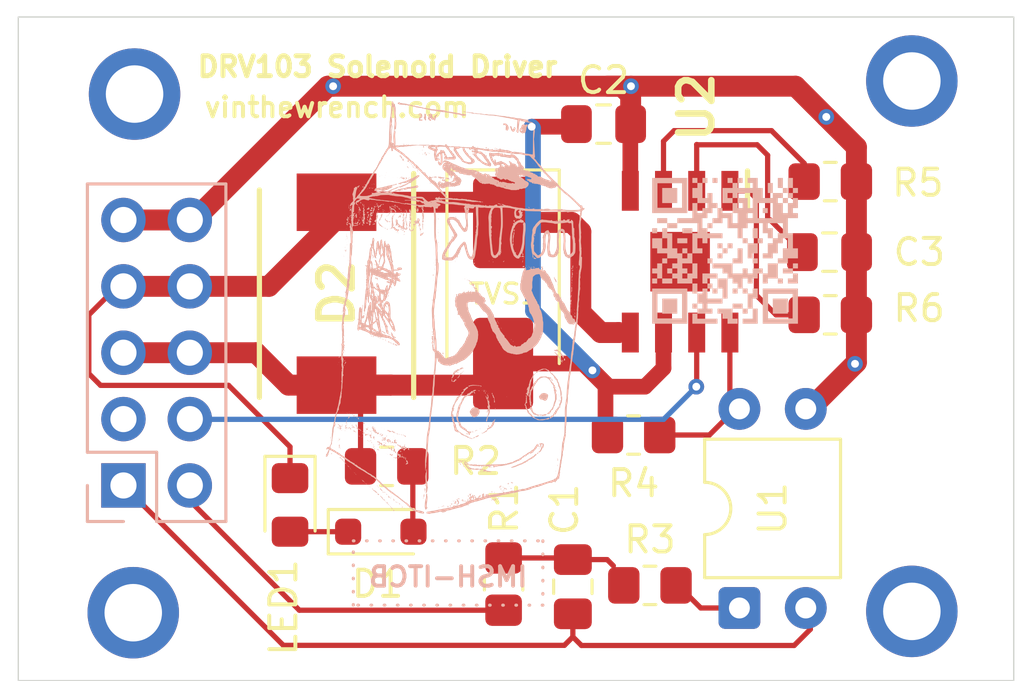
<source format=kicad_pcb>
(kicad_pcb (version 20241229) (generator "pcbnew") (generator_version "9.0")
  (layers (0 "F.Cu" signal) (2 "B.Cu" signal) (13 "F.Paste" user) (15 "B.Paste" user) (5 "F.SilkS" user "F.Silkscreen") (7 "B.SilkS" user "B.Silkscreen") (1 "F.Mask" user) (3 "B.Mask" user) (25 "Edge.Cuts" user))
  (net 0 "")
  (net 1 "Net-(U2-DELAY_ADJ)")
  (net 2 "Net-(D1-A)")
  (net 3 "Net-(D1-K)")
  (net 4 "GND1")
  (net 5 "Net-(R3-Pad1)")
  (net 6 "Net-(C1-Pad1)")
  (net 7 "Net-(U2-INPUT)")
  (net 8 "GND")
  (net 9 "Net-(U2-OSC_FREQ_ADJ)")
  (net 10 "+12V")
  (net 11 "/OUT")
  (net 12 "/FAIL")
  (net 13 "/GPIO")
  (net 14 "Net-(U2-DUTY_CYCLE_ADJ)")
  (footprint "Resistor_SMD:R_0805_2012Metric_Pad1.20x1.40mm_HandSolder" (layer "F.Cu") (at 66.478 53.5)
    (property "Reference" "R6" (at 3.4 -0.25 0) (layer "F.SilkS"))
    (property "Value" "200" (hide yes))
    (pad "1" smd roundrect (at -1 0) (size 1.2 1.4) (layers "F.Cu" "F.Mask" "F.Paste") (roundrect_rratio 0.208333) (net 14 "Net-(U2-DUTY_CYCLE_ADJ)"))
    (pad "2" smd roundrect (at 1 0) (size 1.2 1.4) (layers "F.Cu" "F.Mask" "F.Paste") (roundrect_rratio 0.208333) (net 4 "GND1"))
  )
  (footprint "MountingHole:MountingHole_2.2mm_M2_ISO7380_Pad_TopBottom" (layer "F.Cu") (at 69.6 64.85 -90)
    (property "Reference" "REF**" (hide yes))
    (property "Value" "MountingHole_2.2mm_M2_ISO7380_Pad_TopBottom" (hide yes))
    (pad "1" thru_hole circle (at 0 0 270) (size 2.6 2.6) (drill 2.2) (layers "*.Cu" "*.Mask"))
    (pad "1" connect circle (at 0 0 270) (size 3.5 3.5) (layers "F.Cu" "F.Mask"))
    (pad "1" connect circle (at 0 0 270) (size 3.5 3.5) (layers "B.Cu" "B.Mask"))
  )
  (footprint "Capacitor_SMD:C_0805_2012Metric_Pad1.18x1.45mm_HandSolder" (layer "F.Cu") (at 56.625 63.905 -90)
    (property "Reference" "C1" (at -2.955 0.325 90) (layer "F.SilkS"))
    (property "Value" "1uf" (hide yes))
    (pad "1" smd roundrect (at -1.0375 0 270) (size 1.175 1.45) (layers "F.Cu" "F.Mask" "F.Paste") (roundrect_rratio 0.212766) (net 6 "Net-(C1-Pad1)"))
    (pad "2" smd roundrect (at 1.0375 0 270) (size 1.175 1.45) (layers "F.Cu" "F.Mask" "F.Paste") (roundrect_rratio 0.212766) (net 8 "GND"))
  )
  (footprint "DRV103:SOIC127P600X170-9N" (layer "F.Cu") (at 60.73 51.466 -90)
    (property "Reference" "U2" (at -5.916 -0.62 90) (layer "F.SilkS") (effects (font (size 1.27 1.27) (thickness 0.254))))
    (property "Value" "DRV103H" (hide yes))
    (pad "1" smd rect (at -2.712 -1.905) (size 0.65 1.525) (layers "F.Cu" "F.Mask" "F.Paste") (net 14 "Net-(U2-DUTY_CYCLE_ADJ)"))
    (pad "2" smd rect (at -2.712 -0.635) (size 0.65 1.525) (layers "F.Cu" "F.Mask" "F.Paste") (net 1 "Net-(U2-DELAY_ADJ)"))
    (pad "3" smd rect (at -2.712 0.635) (size 0.65 1.525) (layers "F.Cu" "F.Mask" "F.Paste") (net 9 "Net-(U2-OSC_FREQ_ADJ)"))
    (pad "4" smd rect (at -2.712 1.905) (size 0.65 1.525) (layers "F.Cu" "F.Mask" "F.Paste") (net 4 "GND1"))
    (pad "5" smd rect (at 2.712 1.905) (size 0.65 1.525) (layers "F.Cu" "F.Mask" "F.Paste") (net 11 "/OUT"))
    (pad "6" smd rect (at 2.712 0.635) (size 0.65 1.525) (layers "F.Cu" "F.Mask" "F.Paste") (net 10 "+12V"))
    (pad "7" smd rect (at 2.712 -0.635) (size 0.65 1.525) (layers "F.Cu" "F.Mask" "F.Paste") (net 12 "/FAIL"))
    (pad "8" smd rect (at 2.712 -1.905) (size 0.65 1.525) (layers "F.Cu" "F.Mask" "F.Paste") (net 7 "Net-(U2-INPUT)"))
    (pad "9" smd rect (at 0 0 270) (size 2.28 2.28) (layers "F.Cu" "F.Mask" "F.Paste"))
  )
  (footprint "Resistor_SMD:R_0805_2012Metric_Pad1.20x1.40mm_HandSolder" (layer "F.Cu") (at 49.5 59.3)
    (property "Reference" "R2" (at 3.4 -0.2 0) (layer "F.SilkS"))
    (property "Value" "200" (hide yes))
    (pad "1" smd roundrect (at -1 0) (size 1.2 1.4) (layers "F.Cu" "F.Mask" "F.Paste") (roundrect_rratio 0.208333) (net 10 "+12V"))
    (pad "2" smd roundrect (at 1 0) (size 1.2 1.4) (layers "F.Cu" "F.Mask" "F.Paste") (roundrect_rratio 0.208333) (net 2 "Net-(D1-A)"))
  )
  (footprint "Resistor_SMD:R_0805_2012Metric_Pad1.20x1.40mm_HandSolder" (layer "F.Cu") (at 53.975 63.805 -90)
    (property "Reference" "R1" (at -2.905 -0.025 90) (layer "F.SilkS"))
    (property "Value" "100" (hide yes))
    (pad "1" smd roundrect (at -1 0 270) (size 1.2 1.4) (layers "F.Cu" "F.Mask" "F.Paste") (roundrect_rratio 0.208333) (net 6 "Net-(C1-Pad1)"))
    (pad "2" smd roundrect (at 1 0 270) (size 1.2 1.4) (layers "F.Cu" "F.Mask" "F.Paste") (roundrect_rratio 0.208333) (net 13 "/GPIO"))
  )
  (footprint "MountingHole:MountingHole_2.2mm_M2_ISO7380_Pad_TopBottom" (layer "F.Cu") (at 69.6 44.55 -90)
    (property "Reference" "REF**" (hide yes))
    (property "Value" "MountingHole_2.2mm_M2_ISO7380_Pad_TopBottom" (hide yes))
    (pad "1" thru_hole circle (at 0 0 270) (size 2.6 2.6) (drill 2.2) (layers "*.Cu" "*.Mask"))
    (pad "1" connect circle (at 0 0 270) (size 3.5 3.5) (layers "F.Cu" "F.Mask"))
    (pad "1" connect circle (at 0 0 270) (size 3.5 3.5) (layers "B.Cu" "B.Mask"))
  )
  (footprint "VS-30BQ040-M3_9AT:DIOM7959X262N" (layer "F.Cu") (at 47.58 52.691 -90)
    (property "Reference" "D2" (at 0 0 90) (layer "F.SilkS") (effects (font (size 1.27 1.27) (thickness 0.254))))
    (property "Value" "VS-30BQ040" (hide yes))
    (pad "1" smd rect (at -3.5 0 270) (size 2.2 3.05) (layers "F.Cu" "F.Mask" "F.Paste") (net 11 "/OUT"))
    (pad "2" smd rect (at 3.5 0 270) (size 2.2 3.05) (layers "F.Cu" "F.Mask" "F.Paste") (net 10 "+12V"))
  )
  (footprint "Resistor_SMD:R_0805_2012Metric_Pad1.20x1.40mm_HandSolder" (layer "F.Cu") (at 66.478 48.4)
    (property "Reference" "R5" (at 3.35 0.05 0) (layer "F.SilkS"))
    (property "Value" "200" (hide yes))
    (pad "1" smd roundrect (at -1 0) (size 1.2 1.4) (layers "F.Cu" "F.Mask" "F.Paste") (roundrect_rratio 0.208333) (net 9 "Net-(U2-OSC_FREQ_ADJ)"))
    (pad "2" smd roundrect (at 1 0) (size 1.2 1.4) (layers "F.Cu" "F.Mask" "F.Paste") (roundrect_rratio 0.208333) (net 4 "GND1"))
  )
  (footprint "MountingHole:MountingHole_2.2mm_M2_ISO7380_Pad_TopBottom" (layer "F.Cu") (at 39.85 45.05 -90)
    (property "Reference" "REF**" (hide yes))
    (property "Value" "MountingHole_2.2mm_M2_ISO7380_Pad_TopBottom" (hide yes))
    (pad "1" thru_hole circle (at 0 0 270) (size 2.6 2.6) (drill 2.2) (layers "*.Cu" "*.Mask"))
    (pad "1" connect circle (at 0 0 270) (size 3.5 3.5) (layers "F.Cu" "F.Mask"))
    (pad "1" connect circle (at 0 0 270) (size 3.5 3.5) (layers "B.Cu" "B.Mask"))
  )
  (footprint "Resistor_SMD:R_0805_2012Metric_Pad1.20x1.40mm_HandSolder" (layer "F.Cu") (at 59.575 63.855 180)
    (property "Reference" "R3" (at 0 1.755 0) (layer "F.SilkS"))
    (property "Value" "200" (hide yes))
    (pad "1" smd roundrect (at -1 0 180) (size 1.2 1.4) (layers "F.Cu" "F.Mask" "F.Paste") (roundrect_rratio 0.208333) (net 5 "Net-(R3-Pad1)"))
    (pad "2" smd roundrect (at 1 0 180) (size 1.2 1.4) (layers "F.Cu" "F.Mask" "F.Paste") (roundrect_rratio 0.208333) (net 6 "Net-(C1-Pad1)"))
  )
  (footprint "Package_DIP:DIP-4_W7.62mm" (layer "F.Cu") (at 63 64.72 90)
    (property "Reference" "U1" (at 3.805 1.275 90) (layer "F.SilkS"))
    (property "Value" "PC817" (hide yes))
    (pad "1" thru_hole roundrect (at 0 0 90) (size 1.6 1.6) (drill 0.8) (layers "*.Cu" "*.Mask") (roundrect_rratio 0.15625) (net 5 "Net-(R3-Pad1)"))
    (pad "2" thru_hole circle (at 0 2.54 90) (size 1.6 1.6) (drill 0.8) (layers "*.Cu" "*.Mask") (net 8 "GND"))
    (pad "3" thru_hole circle (at 7.62 2.54 90) (size 1.6 1.6) (drill 0.8) (layers "*.Cu" "*.Mask") (net 4 "GND1"))
    (pad "4" thru_hole circle (at 7.62 0 90) (size 1.6 1.6) (drill 0.8) (layers "*.Cu" "*.Mask") (net 7 "Net-(U2-INPUT)"))
  )
  (footprint "Diode_SMD:D_SMB_Handsoldering" (layer "F.Cu") (at 53.955 52.664 -90)
    (property "Reference" "TVS1" (at 0.036 -0.045 180) (layer "F.SilkS") (effects (font (size 0.762 0.762) (thickness 0.127))))
    (property "Value" "P6SMB18A" (hide yes))
    (pad "1" smd roundrect (at -2.7 0 270) (size 3.5 2.3) (layers "F.Cu" "F.Mask" "F.Paste") (roundrect_rratio 0.1086956522) (net 11 "/OUT"))
    (pad "2" smd roundrect (at 2.7 0 270) (size 3.5 2.3) (layers "F.Cu" "F.Mask" "F.Paste") (roundrect_rratio 0.1086956522) (net 10 "+12V"))
  )
  (footprint "Diode_SMD:D_SOD-323_HandSoldering" (layer "F.Cu") (at 49.275 61.8)
    (property "Reference" "D1" (at -0.125 2 0) (layer "F.SilkS"))
    (property "Value" "1N4148" (hide yes))
    (pad "1" smd roundrect (at -1.25 0) (size 1 1) (layers "F.Cu" "F.Mask" "F.Paste") (net 3 "Net-(D1-K)"))
    (pad "2" smd roundrect (at 1.25 0) (size 1 1) (layers "F.Cu" "F.Mask" "F.Paste") (net 2 "Net-(D1-A)"))
  )
  (footprint "Capacitor_SMD:C_0805_2012Metric_Pad1.18x1.45mm_HandSolder" (layer "F.Cu") (at 57.8 46.2)
    (property "Reference" "C2" (at 0 -1.68 0) (layer "F.SilkS"))
    (property "Value" ".1uf" (hide yes))
    (pad "1" smd roundrect (at -1.0375 0) (size 1.175 1.45) (layers "F.Cu" "F.Mask" "F.Paste") (roundrect_rratio 0.212766) (net 10 "+12V"))
    (pad "2" smd roundrect (at 1.0375 0) (size 1.175 1.45) (layers "F.Cu" "F.Mask" "F.Paste") (roundrect_rratio 0.212766) (net 4 "GND1"))
  )
  (footprint "Resistor_SMD:R_0805_2012Metric_Pad1.20x1.40mm_HandSolder" (layer "F.Cu") (at 58.95 58.1)
    (property "Reference" "R4" (at 0 1.85 0) (layer "F.SilkS"))
    (property "Value" "1K" (hide yes))
    (pad "1" smd roundrect (at -1 0) (size 1.2 1.4) (layers "F.Cu" "F.Mask" "F.Paste") (roundrect_rratio 0.208333) (net 10 "+12V"))
    (pad "2" smd roundrect (at 1 0) (size 1.2 1.4) (layers "F.Cu" "F.Mask" "F.Paste") (roundrect_rratio 0.208333) (net 7 "Net-(U2-INPUT)"))
  )
  (footprint "LED_SMD:LED_0805_2012Metric_Pad1.15x1.40mm_HandSolder" (layer "F.Cu") (at 45.8 60.775 -90)
    (property "Reference" "LED1" (at 3.925 0.25 90) (layer "F.SilkS"))
    (property "Value" "LG M67K-H1J2-24-Z" (hide yes))
    (pad "1" smd roundrect (at -1.025 0 270) (size 1.15 1.4) (layers "F.Cu" "F.Mask" "F.Paste") (roundrect_rratio 0.217391) (net 11 "/OUT"))
    (pad "2" smd roundrect (at 1.025 0 270) (size 1.15 1.4) (layers "F.Cu" "F.Mask" "F.Paste") (roundrect_rratio 0.217391) (net 3 "Net-(D1-K)"))
  )
  (footprint "MountingHole:MountingHole_2.2mm_M2_ISO7380_Pad_TopBottom" (layer "F.Cu") (at 39.8 64.9 -90)
    (property "Reference" "REF**" (hide yes))
    (property "Value" "MountingHole_2.2mm_M2_ISO7380_Pad_TopBottom" (hide yes))
    (pad "1" thru_hole circle (at 0 0 270) (size 2.6 2.6) (drill 2.2) (layers "*.Cu" "*.Mask"))
    (pad "1" connect circle (at 0 0 270) (size 3.5 3.5) (layers "F.Cu" "F.Mask"))
    (pad "1" connect circle (at 0 0 270) (size 3.5 3.5) (layers "B.Cu" "B.Mask"))
  )
  (footprint "Capacitor_SMD:C_0805_2012Metric_Pad1.18x1.45mm_HandSolder" (layer "F.Cu") (at 66.448 51.1 180)
    (property "Reference" "C3" (at -3.4375 0 0) (layer "F.SilkS"))
    (property "Value" "2.2uf" (hide yes))
    (pad "1" smd roundrect (at -1.0375 0 180) (size 1.175 1.45) (layers "F.Cu" "F.Mask" "F.Paste") (roundrect_rratio 0.212766) (net 4 "GND1"))
    (pad "2" smd roundrect (at 1.0375 0 180) (size 1.175 1.45) (layers "F.Cu" "F.Mask" "F.Paste") (roundrect_rratio 0.212766) (net 1 "Net-(U2-DELAY_ADJ)"))
  )
  (footprint "Connector_PinHeader_2.54mm:PinHeader_2x05_P2.54mm_Vertical" (layer "B.Cu") (at 39.425 60.03)
    (property "Reference" "J1" (hide yes))
    (property "Value" "Conn_02x05_Odd_Even" (hide yes))
    (pad "1" thru_hole rect (at 0 0) (size 1.7 1.7) (drill 1) (layers "*.Cu" "*.Mask") (net 8 "GND"))
    (pad "2" thru_hole circle (at 2.54 0) (size 1.7 1.7) (drill 1) (layers "*.Cu" "*.Mask") (net 13 "/GPIO"))
    (pad "3" thru_hole circle (at 0 -2.54) (size 1.7 1.7) (drill 1) (layers "*.Cu" "*.Mask"))
    (pad "4" thru_hole circle (at 2.54 -2.54) (size 1.7 1.7) (drill 1) (layers "*.Cu" "*.Mask") (net 12 "/FAIL"))
    (pad "5" thru_hole circle (at 0 -5.08) (size 1.7 1.7) (drill 1) (layers "*.Cu" "*.Mask") (net 10 "+12V"))
    (pad "6" thru_hole circle (at 2.54 -5.08) (size 1.7 1.7) (drill 1) (layers "*.Cu" "*.Mask") (net 10 "+12V"))
    (pad "7" thru_hole circle (at 0 -7.62) (size 1.7 1.7) (drill 1) (layers "*.Cu" "*.Mask") (net 11 "/OUT"))
    (pad "8" thru_hole circle (at 2.54 -7.62) (size 1.7 1.7) (drill 1) (layers "*.Cu" "*.Mask") (net 11 "/OUT"))
    (pad "9" thru_hole circle (at 0 -10.16) (size 1.7 1.7) (drill 1) (layers "*.Cu" "*.Mask") (net 4 "GND1"))
    (pad "10" thru_hole circle (at 2.54 -10.16) (size 1.7 1.7) (drill 1) (layers "*.Cu" "*.Mask") (net 4 "GND1"))
  )
  (footprint "LOGO" (layer "B.Cu") (at 62.45 51.05)
    (property "Reference" "G***" (hide yes))
    (property "Value" "LOGO" (hide yes))
  )
  (footprint "Milk:milky.silk" (layer "B.Cu") (at 52.57285 53.23111 180)
    (property "Reference" "G***" (hide yes))
    (property "Value" "LOGO" (hide yes))
  )
  (gr_line (start 53.975 62.805) (end 56.825 62.805) (stroke (width 0.2)) (layer "F.Cu") (net 6))
  (gr_rect (start 35.4 42.1) (end 73.5 67.5) (stroke (width 0.05)) (fill no) (layer "Edge.Cuts"))
  (gr_text "vinthewrench.com" (at 42.45 46 0) (layer "F.SilkS") (effects (font (size 0.762 0.762)) (justify left bottom)))
  (gr_text "DRV103 Solenoid Driver" (at 49.15 44.45 0) (layer "F.SilkS") (effects (font (size 0.762 0.762) (thickness 0.1875)) (justify bottom)))
  (gr_text_box "IMSH-ITCB " (start 48.22285 62.15) (end 55.477149 64.61222) (margins 1.0025 1.0025 1.0025 1.0025) (layer "B.SilkS") (effects (font (size 0.746 0.746) (thickness 0.15) (bold yes)) (justify top mirror)) (border yes) (stroke (width 0.12) (type dot)))
  (segment (start 61.365 46.981) (end 61.365 48.754) (width 0.2) (layer "F.Cu") (net 1))
  (segment (start 61.375 46.991) (end 63.68 46.991) (width 0.2) (layer "F.Cu") (net 1))
  (segment (start 64.08 49.841) (end 64.105 49.866) (width 0.2) (layer "F.Cu") (net 1))
  (segment (start 63.68 46.991) (end 64.08 47.391) (width 0.2) (layer "F.Cu") (net 1))
  (segment (start 64.105 49.866) (end 64.1765 49.866) (width 0.2) (layer "F.Cu") (net 1))
  (segment (start 61.365 46.981) (end 61.375 46.991) (width 0.2) (layer "F.Cu") (net 1))
  (segment (start 64.08 47.391) (end 64.08 49.841) (width 0.2) (layer "F.Cu") (net 1))
  (segment (start 64.1765 49.866) (end 65.4105 51.1) (width 0.2) (layer "F.Cu") (net 1))
  (segment (start 50.5 59.3) (end 50.5 61.65) (width 0.2) (layer "F.Cu") (net 2))
  (segment (start 45.8 61.8) (end 47.875 61.8) (width 0.2) (layer "F.Cu") (net 3))
  (segment (start 42.125 49.87) (end 39.585 49.87) (width 0.8) (layer "F.Cu") (net 4))
  (segment (start 58.85 44.75) (end 65.15 44.75) (width 0.8) (layer "F.Cu") (net 4))
  (segment (start 66.325 45.925) (end 67.478 47.078) (width 0.8) (layer "F.Cu") (net 4))
  (segment (start 67.478 47.078) (end 67.478 55.322) (width 0.8) (layer "F.Cu") (net 4))
  (segment (start 58.5 44.75) (end 47.45 44.75) (width 0.8) (layer "F.Cu") (net 4))
  (segment (start 57.95 44.75) (end 58.85 44.75) (width 0.8) (layer "F.Cu") (net 4))
  (segment (start 47.45 44.75) (end 47.245 44.75) (width 0.8) (layer "F.Cu") (net 4))
  (segment (start 58.825 48.754) (end 58.825 46.2125) (width 0.6) (layer "F.Cu") (net 4))
  (segment (start 47.245 44.75) (end 42.125 49.87) (width 0.8) (layer "F.Cu") (net 4))
  (segment (start 58.8375 45.0875) (end 58.5 44.75) (width 0.8) (layer "F.Cu") (net 4))
  (segment (start 65.15 44.75) (end 66.325 45.925) (width 0.8) (layer "F.Cu") (net 4))
  (segment (start 58.8375 46.2) (end 58.8375 45.0875) (width 0.8) (layer "F.Cu") (net 4))
  (segment (start 67.425 55.375) (end 65.715 57.085) (width 0.8) (layer "F.Cu") (net 4))
  (segment (start 67.478 55.322) (end 67.425 55.375) (width 0.8) (layer "F.Cu") (net 4))
  (via (at 67.425 55.375) (size 0.6) (drill 0.3) (layers "F.Cu" "B.Cu") (net 4))
  (via (at 66.325 45.925) (size 0.6) (drill 0.3) (layers "F.Cu" "B.Cu") (net 4))
  (via (at 47.45 44.75) (size 0.6) (drill 0.3) (layers "F.Cu" "B.Cu") (net 4))
  (via (at 58.85 44.75) (size 0.6) (drill 0.3) (layers "F.Cu" "B.Cu") (net 4))
  (segment (start 60.655 63.855) (end 61.52 64.72) (width 0.2) (layer "F.Cu") (net 5))
  (segment (start 61.52 64.72) (end 63 64.72) (width 0.2) (layer "F.Cu") (net 5))
  (segment (start 57.9375 62.8675) (end 58.175 63.105) (width 0.2) (layer "F.Cu") (net 6))
  (segment (start 56.625 62.8675) (end 57.9375 62.8675) (width 0.2) (layer "F.Cu") (net 6))
  (segment (start 61.85 58.1) (end 59.95 58.1) (width 0.2) (layer "F.Cu") (net 7))
  (segment (start 63.045 56.905) (end 62.635 56.495) (width 0.2) (layer "F.Cu") (net 7))
  (segment (start 62.635 56.495) (end 62.635 54.178) (width 0.2) (layer "F.Cu") (net 7))
  (segment (start 63.045 56.905) (end 61.85 58.1) (width 0.2) (layer "F.Cu") (net 7))
  (segment (start 56.955 66.155) (end 56.625 65.825) (width 0.2) (layer "F.Cu") (net 8))
  (segment (start 45.545 66.15) (end 56.3 66.15) (width 0.2) (layer "F.Cu") (net 8))
  (segment (start 39.585 60.19) (end 45.545 66.15) (width 0.2) (layer "F.Cu") (net 8))
  (segment (start 56.3 66.15) (end 56.625 65.825) (width 0.2) (layer "F.Cu") (net 8))
  (segment (start 56.625 65.825) (end 56.625 64.9425) (width 0.2) (layer "F.Cu") (net 8))
  (segment (start 65.715 64.705) (end 65.715 65.535) (width 0.2) (layer "F.Cu") (net 8))
  (segment (start 65.095 66.155) (end 56.955 66.155) (width 0.2) (layer "F.Cu") (net 8))
  (segment (start 65.715 65.535) (end 65.095 66.155) (width 0.2) (layer "F.Cu") (net 8))
  (segment (start 64.228 46.45) (end 60.5 46.45) (width 0.2) (layer "F.Cu") (net 9))
  (segment (start 60.095 46.855) (end 60.095 48.754) (width 0.2) (layer "F.Cu") (net 9))
  (segment (start 65.478 47.7) (end 64.228 46.45) (width 0.2) (layer "F.Cu") (net 9))
  (segment (start 60.5 46.45) (end 60.095 46.855) (width 0.2) (layer "F.Cu") (net 9))
  (segment (start 65.478 48.4) (end 65.478 47.7) (width 0.2) (layer "F.Cu") (net 9))
  (segment (start 60.095 55.5405) (end 60.095 54.178) (width 0.6) (layer "F.Cu") (net 10))
  (segment (start 47.58 56.191) (end 49.65 56.191) (width 0.8) (layer "F.Cu") (net 10))
  (segment (start 49.65 56.191) (end 53.128 56.191) (width 0.8) (layer "F.Cu") (net 10))
  (segment (start 59.3855 56.25) (end 60.095 55.5405) (width 0.6) (layer "F.Cu") (net 10))
  (segment (start 55.05 46.3) (end 56.6625 46.3) (width 0.6) (layer "F.Cu") (net 10))
  (segment (start 58 56.25) (end 59.3855 56.25) (width 0.6) (layer "F.Cu") (net 10))
  (segment (start 53.128 56.191) (end 53.955 55.364) (width 0.8) (layer "F.Cu") (net 10))
  (segment (start 45.741 56.191) (end 44.5 54.95) (width 0.8) (layer "F.Cu") (net 10))
  (segment (start 53.955 55.364) (end 57.014 55.364) (width 0.6) (layer "F.Cu") (net 10))
  (segment (start 57.875 56.125) (end 57.875 56.225) (width 0.6) (layer "F.Cu") (net 10))
  (segment (start 57.375 55.625) (end 57.875 56.125) (width 0.6) (layer "F.Cu") (net 10))
  (segment (start 48.5 59.3) (end 48.5 56.721) (width 0.2) (layer "F.Cu") (net 10))
  (segment (start 57.375 55.625) (end 58 56.25) (width 0.6) (layer "F.Cu") (net 10))
  (segment (start 57.014 55.364) (end 57.875 56.225) (width 0.6) (layer "F.Cu") (net 10))
  (segment (start 57.875 56.225) (end 57.875 57.525) (width 0.6) (layer "F.Cu") (net 10))
  (segment (start 44.5 54.95) (end 39.585 54.95) (width 0.8) (layer "F.Cu") (net 10))
  (segment (start 49.65 56.191) (end 45.741 56.191) (width 0.8) (layer "F.Cu") (net 10))
  (via (at 57.375 55.625) (size 0.6) (drill 0.3) (layers "F.Cu" "B.Cu") (net 10))
  (via (at 55.05 46.3) (size 0.6) (drill 0.3) (layers "F.Cu" "B.Cu") (net 10))
  (segment (start 57.375 55.625) (end 55.1 53.35) (width 0.6) (layer "B.Cu") (net 10))
  (segment (start 55.1 53.35) (end 55.1 46.35) (width 0.6) (layer "B.Cu") (net 10))
  (segment (start 55.1 46.35) (end 55.05 46.3) (width 0.6) (layer "B.Cu") (net 10))
  (segment (start 56.93 53.416) (end 56.93 50.316) (width 0.8) (layer "F.Cu") (net 11))
  (segment (start 39.19 52.41) (end 38.1 53.5) (width 0.2) (layer "F.Cu") (net 11))
  (segment (start 56.578 49.964) (end 53.955 49.964) (width 0.8) (layer "F.Cu") (net 11))
  (segment (start 49.5 49.191) (end 48.209 49.191) (width 0.8) (layer "F.Cu") (net 11))
  (segment (start 53.182 49.191) (end 53.955 49.964) (width 0.8) (layer "F.Cu") (net 11))
  (segment (start 43.45 56.2) (end 45.8 58.55) (width 0.2) (layer "F.Cu") (net 11))
  (segment (start 38.1 55.75) (end 38.55 56.2) (width 0.2) (layer "F.Cu") (net 11))
  (segment (start 38.1 53.5) (end 38.1 55.75) (width 0.2) (layer "F.Cu") (net 11))
  (segment (start 58.372 54.178) (end 57.692 54.178) (width 0.8) (layer "F.Cu") (net 11))
  (segment (start 48.209 49.191) (end 44.99 52.41) (width 0.8) (layer "F.Cu") (net 11))
  (segment (start 38.55 56.2) (end 43.45 56.2) (width 0.2) (layer "F.Cu") (net 11))
  (segment (start 56.93 50.316) (end 56.578 49.964) (width 0.8) (layer "F.Cu") (net 11))
  (segment (start 49.5 49.191) (end 53.182 49.191) (width 0.8) (layer "F.Cu") (net 11))
  (segment (start 45.8 58.55) (end 45.8 59.75) (width 0.2) (layer "F.Cu") (net 11))
  (segment (start 58.372 54.178) (end 58.375 54.175) (width 0.8) (layer "F.Cu") (net 11))
  (segment (start 44.99 52.41) (end 39.585 52.41) (width 0.8) (layer "F.Cu") (net 11))
  (segment (start 57.692 54.178) (end 56.93 53.416) (width 0.8) (layer "F.Cu") (net 11))
  (segment (start 47.58 49.191) (end 49.5 49.191) (width 0.8) (layer "F.Cu") (net 11))
  (segment (start 61.365 54.178) (end 61.365 56.235) (width 0.2) (layer "F.Cu") (net 12))
  (segment (start 61.365 56.235) (end 61.35 56.25) (width 0.2) (layer "F.Cu") (net 12))
  (via (at 61.35 56.25) (size 0.6) (drill 0.3) (layers "F.Cu" "B.Cu") (net 12))
  (segment (start 61.35 56.25) (end 60.1 57.5) (width 0.2) (layer "B.Cu") (net 12))
  (segment (start 60.1 57.5) (end 42.135 57.5) (width 0.2) (layer "B.Cu") (net 12))
  (segment (start 42.125 60.775) (end 46.155 64.805) (width 0.2) (layer "F.Cu") (net 13))
  (segment (start 46.155 64.805) (end 53.975 64.805) (width 0.2) (layer "F.Cu") (net 13))
  (segment (start 64.4 53.5) (end 65.478 53.5) (width 0.2) (layer "F.Cu") (net 14))
  (segment (start 63.65 52.75) (end 64.4 53.5) (width 0.2) (layer "F.Cu") (net 14))
  (segment (start 62.635 48.754) (end 63.354 48.754) (width 0.2) (layer "F.Cu") (net 14))
  (segment (start 63.65 49.05) (end 63.65 52.75) (width 0.2) (layer "F.Cu") (net 14))
  (segment (start 63.354 48.754) (end 63.65 49.05) (width 0.2) (layer "F.Cu") (net 14))
)
</source>
